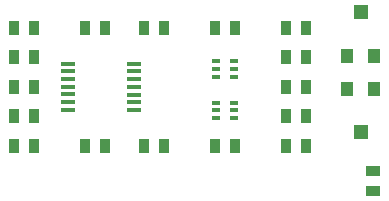
<source format=gbs>
G04 (created by PCBNEW (2013-07-07 BZR 4022)-stable) date 2014-06-17 1:27:57 PM*
%MOIN*%
G04 Gerber Fmt 3.4, Leading zero omitted, Abs format*
%FSLAX34Y34*%
G01*
G70*
G90*
G04 APERTURE LIST*
%ADD10C,0.00590551*%
%ADD11R,0.0512X0.0118*%
%ADD12R,0.0314X0.0157*%
%ADD13R,0.032X0.045*%
%ADD14R,0.045X0.032*%
%ADD15R,0.0393701X0.0492126*%
%ADD16R,0.0472441X0.0492126*%
G04 APERTURE END LIST*
G54D10*
G54D11*
X41222Y-33437D03*
X41222Y-33187D03*
X41222Y-32927D03*
X41222Y-32677D03*
X41222Y-32417D03*
X41222Y-32162D03*
X41222Y-31907D03*
X43422Y-31907D03*
X43422Y-32162D03*
X43422Y-32417D03*
X43422Y-32677D03*
X43422Y-32932D03*
X43422Y-33187D03*
X43422Y-33442D03*
G54D12*
X46770Y-33209D03*
X46770Y-33464D03*
X46770Y-33719D03*
X46142Y-33719D03*
X46142Y-33464D03*
X46142Y-33209D03*
X46770Y-31831D03*
X46770Y-32086D03*
X46770Y-32341D03*
X46142Y-32341D03*
X46142Y-32086D03*
X46142Y-31831D03*
G54D13*
X48483Y-34645D03*
X49153Y-34645D03*
X42460Y-34645D03*
X41790Y-34645D03*
X40098Y-34645D03*
X39428Y-34645D03*
X49153Y-33661D03*
X48483Y-33661D03*
X48483Y-32677D03*
X49153Y-32677D03*
X48483Y-31692D03*
X49153Y-31692D03*
X49153Y-30708D03*
X48483Y-30708D03*
X44429Y-34645D03*
X43759Y-34645D03*
X46121Y-34645D03*
X46791Y-34645D03*
X46121Y-30708D03*
X46791Y-30708D03*
X40098Y-30708D03*
X39428Y-30708D03*
X39428Y-32677D03*
X40098Y-32677D03*
X39428Y-33661D03*
X40098Y-33661D03*
X40098Y-31692D03*
X39428Y-31692D03*
X42460Y-30708D03*
X41790Y-30708D03*
G54D14*
X51377Y-36161D03*
X51377Y-35491D03*
G54D13*
X44429Y-30708D03*
X43759Y-30708D03*
G54D15*
X50531Y-31633D03*
X51437Y-31633D03*
G54D16*
X50984Y-30177D03*
G54D15*
X51437Y-32736D03*
X50531Y-32736D03*
G54D16*
X50984Y-34192D03*
M02*

</source>
